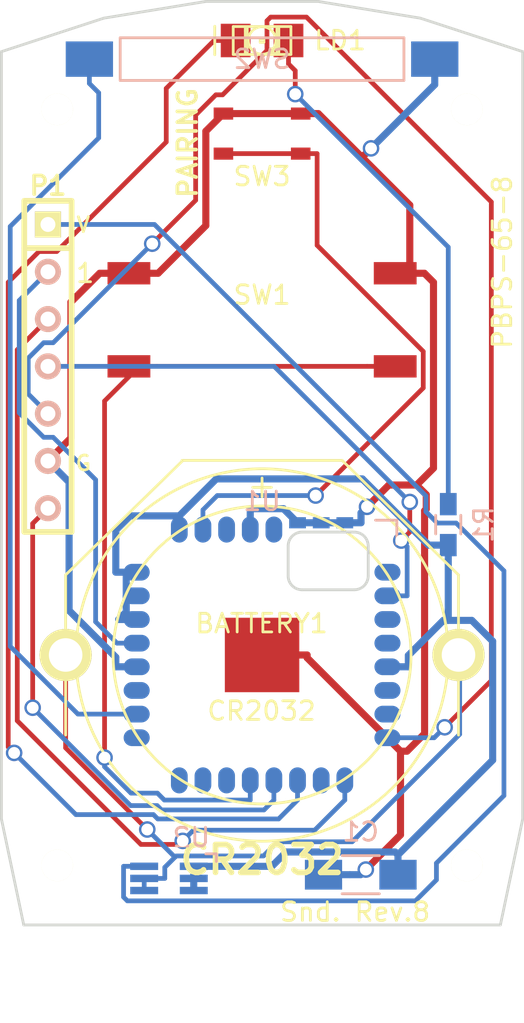
<source format=kicad_pcb>
(kicad_pcb (version 4) (host pcbnew 4.0.0-stable)

  (general
    (links 37)
    (no_connects 0)
    (area 14.771 13.595999 44.304001 69.004001)
    (thickness 1)
    (drawings 2)
    (tracks 222)
    (zones 0)
    (modules 11)
    (nets 28)
  )

  (page A3)
  (layers
    (0 F.Cu signal)
    (31 B.Cu signal)
    (32 B.Adhes user)
    (33 F.Adhes user)
    (34 B.Paste user)
    (35 F.Paste user)
    (36 B.SilkS user)
    (37 F.SilkS user)
    (38 B.Mask user)
    (39 F.Mask user)
    (40 Dwgs.User user)
    (41 Cmts.User user)
    (42 Eco1.User user)
    (43 Eco2.User user)
    (44 Edge.Cuts user)
  )

  (setup
    (last_trace_width 0.254)
    (trace_clearance 0.229)
    (zone_clearance 0.508)
    (zone_45_only yes)
    (trace_min 0.254)
    (segment_width 0.2)
    (edge_width 0.1)
    (via_size 0.889)
    (via_drill 0.635)
    (via_min_size 0.889)
    (via_min_drill 0.508)
    (uvia_size 0.508)
    (uvia_drill 0.127)
    (uvias_allowed no)
    (uvia_min_size 0.508)
    (uvia_min_drill 0.127)
    (pcb_text_width 0.3)
    (pcb_text_size 1.5 1.5)
    (mod_edge_width 0.15)
    (mod_text_size 1 1)
    (mod_text_width 0.15)
    (pad_size 1.7 1.7)
    (pad_drill 1.7)
    (pad_to_mask_clearance 0)
    (aux_axis_origin 0 0)
    (visible_elements 7FFFFFFF)
    (pcbplotparams
      (layerselection 0x010f0_80000001)
      (usegerberextensions true)
      (excludeedgelayer true)
      (linewidth 0.150000)
      (plotframeref false)
      (viasonmask false)
      (mode 1)
      (useauxorigin false)
      (hpglpennumber 1)
      (hpglpenspeed 20)
      (hpglpendiameter 15)
      (hpglpenoverlay 2)
      (psnegative false)
      (psa4output false)
      (plotreference true)
      (plotvalue false)
      (plotinvisibletext false)
      (padsonsilk false)
      (subtractmaskfromsilk false)
      (outputformat 1)
      (mirror false)
      (drillshape 0)
      (scaleselection 1)
      (outputdirectory gerber/))
  )

  (net 0 "")
  (net 1 /3V)
  (net 2 /CFG)
  (net 3 /DI1)
  (net 4 /DI4)
  (net 5 /DO4)
  (net 6 /PRG)
  (net 7 /RST)
  (net 8 /RXD)
  (net 9 /TXD)
  (net 10 /Vcc)
  (net 11 GND)
  (net 12 "Net-(U1-Pad1)")
  (net 13 "Net-(U1-Pad4)")
  (net 14 "Net-(U1-Pad6)")
  (net 15 "Net-(U1-Pad7)")
  (net 16 "Net-(U1-Pad10)")
  (net 17 "Net-(U1-Pad14)")
  (net 18 "Net-(U1-Pad15)")
  (net 19 "Net-(U1-Pad16)")
  (net 20 "Net-(U1-Pad17)")
  (net 21 "Net-(U1-Pad19)")
  (net 22 "Net-(U1-Pad27)")
  (net 23 "Net-(U1-Pad29)")
  (net 24 "Net-(U1-Pad3)")
  (net 25 /LED)
  (net 26 /ExtVcc)
  (net 27 /PAIRING)

  (net_class Default "これは標準のネット クラスです。"
    (clearance 0.229)
    (trace_width 0.254)
    (via_dia 0.889)
    (via_drill 0.635)
    (uvia_dia 0.508)
    (uvia_drill 0.127)
    (add_net /3V)
    (add_net /CFG)
    (add_net /DI1)
    (add_net /DI4)
    (add_net /DO4)
    (add_net /ExtVcc)
    (add_net /LED)
    (add_net /PAIRING)
    (add_net /PRG)
    (add_net /RST)
    (add_net /RXD)
    (add_net /TXD)
    (add_net "Net-(U1-Pad1)")
    (add_net "Net-(U1-Pad10)")
    (add_net "Net-(U1-Pad14)")
    (add_net "Net-(U1-Pad15)")
    (add_net "Net-(U1-Pad16)")
    (add_net "Net-(U1-Pad17)")
    (add_net "Net-(U1-Pad19)")
    (add_net "Net-(U1-Pad27)")
    (add_net "Net-(U1-Pad29)")
    (add_net "Net-(U1-Pad3)")
    (add_net "Net-(U1-Pad4)")
    (add_net "Net-(U1-Pad6)")
    (add_net "Net-(U1-Pad7)")
  )

  (net_class Power ""
    (clearance 0.229)
    (trace_width 0.381)
    (via_dia 0.889)
    (via_drill 0.635)
    (uvia_dia 0.508)
    (uvia_drill 0.127)
    (add_net /Vcc)
    (add_net GND)
  )

  (module Capacitors_SMD:C_1206_HandSoldering (layer B.Cu) (tedit 541A9C03) (tstamp 55C6BA84)
    (at 35.3 60.8 180)
    (descr "Capacitor SMD 1206, hand soldering")
    (tags "capacitor 1206")
    (path /55941ACA)
    (attr smd)
    (fp_text reference C1 (at 0 2.3 180) (layer B.SilkS)
      (effects (font (size 1 1) (thickness 0.15)) (justify mirror))
    )
    (fp_text value 100u (at 0 -2.3 180) (layer B.Fab)
      (effects (font (size 1 1) (thickness 0.15)) (justify mirror))
    )
    (fp_line (start -3.3 1.15) (end 3.3 1.15) (layer B.CrtYd) (width 0.05))
    (fp_line (start -3.3 -1.15) (end 3.3 -1.15) (layer B.CrtYd) (width 0.05))
    (fp_line (start -3.3 1.15) (end -3.3 -1.15) (layer B.CrtYd) (width 0.05))
    (fp_line (start 3.3 1.15) (end 3.3 -1.15) (layer B.CrtYd) (width 0.05))
    (fp_line (start 1 1.025) (end -1 1.025) (layer B.SilkS) (width 0.15))
    (fp_line (start -1 -1.025) (end 1 -1.025) (layer B.SilkS) (width 0.15))
    (pad 1 smd rect (at -2 0 180) (size 2 1.6) (layers B.Cu B.Paste B.Mask)
      (net 10 /Vcc))
    (pad 2 smd rect (at 2 0 180) (size 2 1.6) (layers B.Cu B.Paste B.Mask)
      (net 11 GND))
    (model Capacitors_SMD.3dshapes/C_1206_HandSoldering.wrl
      (at (xyz 0 0 0))
      (scale (xyz 1 1 1))
      (rotate (xyz 0 0 0))
    )
  )

  (module favorites:BK-888 (layer F.Cu) (tedit 56642E41) (tstamp 55C6C8CD)
    (at 30 49 180)
    (path /5493D0B5)
    (fp_text reference BATTERY1 (at 0.028 1.6925 180) (layer F.SilkS)
      (effects (font (size 1 1) (thickness 0.15)))
    )
    (fp_text value CR2032 (at 0.028 -3.0065 180) (layer F.SilkS)
      (effects (font (size 1 1) (thickness 0.15)))
    )
    (fp_circle (center 0 0) (end 8 0) (layer F.SilkS) (width 0.15))
    (fp_line (start -10.55 4.3) (end -4.3 10.45) (layer F.SilkS) (width 0.15))
    (fp_line (start -10.55 4.3) (end -10.55 -4.3) (layer F.SilkS) (width 0.15))
    (fp_line (start 10.55 4.3) (end 4.25 10.45) (layer F.SilkS) (width 0.15))
    (fp_line (start 10.55 4.3) (end 10.55 -4.3) (layer F.SilkS) (width 0.15))
    (fp_line (start -4.3 10.45) (end 4.3 10.45) (layer F.SilkS) (width 0.15))
    (fp_circle (center 0 0) (end 0 -10) (layer F.SilkS) (width 0.15))
    (pad 1 thru_hole circle (at -10.55 0 180) (size 2.8 2.8) (drill 1.8) (layers *.Cu *.Mask F.SilkS)
      (net 1 /3V))
    (pad 1 thru_hole circle (at 10.55 0 180) (size 2.8 2.8) (drill 1.8) (layers *.Cu *.Mask F.SilkS)
      (net 1 /3V))
    (pad 2 smd rect (at 0 0 180) (size 4 4) (layers F.Cu F.Paste F.Mask)
      (net 11 GND))
    (model favorites/BK-888.wrl
      (at (xyz 0 0 0))
      (scale (xyz 0.393701 0.393701 0.393701))
      (rotate (xyz 0 0 0))
    )
    (model favorites/CR2032.wrl
      (at (xyz 0 0 0.007874015748))
      (scale (xyz 0.393701 0.393701 0.393701))
      (rotate (xyz 0 0 0))
    )
  )

  (module favorites:WRITE-7P (layer F.Cu) (tedit 54E984FA) (tstamp 54E6C4E1)
    (at 18.5 33.5 270)
    (descr "TWE-Lite ISP 7 pins")
    (tags TWE-Lite)
    (path /54E4785D)
    (fp_text reference P1 (at -9.7 0 360) (layer F.SilkS)
      (effects (font (size 1 1) (thickness 0.2)))
    )
    (fp_text value WRITER-VCC (at 0 2.5 270) (layer F.SilkS) hide
      (effects (font (size 1 1) (thickness 0.2)))
    )
    (fp_text user 1 (at -5 -2 360) (layer F.SilkS)
      (effects (font (size 1 1) (thickness 0.15)))
    )
    (fp_text user G (at 5.2 -1.9 360) (layer F.SilkS)
      (effects (font (size 0.8 0.8) (thickness 0.15)))
    )
    (fp_text user V (at -7.6 -1.9 360) (layer F.SilkS)
      (effects (font (size 0.8 0.8) (thickness 0.15)))
    )
    (fp_line (start -8.89 -1.27) (end -8.89 -1.27) (layer F.SilkS) (width 0.3048))
    (fp_line (start -8.89 -1.27) (end 8.89 -1.27) (layer F.SilkS) (width 0.3048))
    (fp_line (start 8.89 -1.27) (end 8.89 1.27) (layer F.SilkS) (width 0.3048))
    (fp_line (start 8.89 1.27) (end -8.89 1.27) (layer F.SilkS) (width 0.3048))
    (fp_line (start -8.89 1.27) (end -8.89 -1.27) (layer F.SilkS) (width 0.3048))
    (fp_line (start -6.35 1.27) (end -6.35 1.27) (layer F.SilkS) (width 0.3048))
    (fp_line (start -6.35 1.27) (end -6.35 -1.27) (layer F.SilkS) (width 0.3048))
    (pad 0 thru_hole rect (at -7.62 0 270) (size 1.397 1.397) (drill 0.8) (layers *.Cu *.Mask F.SilkS)
      (net 26 /ExtVcc))
    (pad 1 thru_hole circle (at -5.08 0 270) (size 1.397 1.397) (drill 0.8) (layers *.Cu *.SilkS *.Mask)
      (net 7 /RST))
    (pad 2 thru_hole circle (at -2.54 0 270) (size 1.397 1.397) (drill 0.8) (layers *.Cu *.SilkS *.Mask)
      (net 8 /RXD))
    (pad 3 thru_hole circle (at 0 0 270) (size 1.397 1.397) (drill 0.8) (layers *.Cu *.SilkS *.Mask)
      (net 6 /PRG))
    (pad 4 thru_hole circle (at 2.54 0 270) (size 1.397 1.397) (drill 0.8) (layers *.Cu *.SilkS *.Mask)
      (net 9 /TXD))
    (pad 5 thru_hole circle (at 5.08 0 270) (size 1.397 1.397) (drill 0.8) (layers *.Cu *.SilkS *.Mask)
      (net 11 GND))
    (pad 6 thru_hole circle (at 7.62 0 270) (size 1.397 1.397) (drill 0.8) (layers *.Cu *.SilkS *.Mask)
      (net 2 /CFG))
  )

  (module favorites:FR2S1015 (layer B.Cu) (tedit 550D780D) (tstamp 54E6C73A)
    (at 30 17)
    (path /54E4493A)
    (fp_text reference SW2 (at 0 0) (layer B.SilkS)
      (effects (font (size 1 1) (thickness 0.15)) (justify mirror))
    )
    (fp_text value FR2S1015 (at 4.572 0) (layer B.SilkS) hide
      (effects (font (size 0.4 0.4) (thickness 0.1)) (justify mirror))
    )
    (fp_line (start -7.62 1.145) (end 7.62 1.145) (layer B.SilkS) (width 0.15))
    (fp_line (start 7.62 1.145) (end 7.62 -1.145) (layer B.SilkS) (width 0.15))
    (fp_line (start 7.62 -1.145) (end -7.62 -1.145) (layer B.SilkS) (width 0.15))
    (fp_line (start -7.62 -1.145) (end -7.62 1.145) (layer B.SilkS) (width 0.15))
    (pad 1 smd rect (at -9.275 0) (size 2.54 1.9) (layers B.Cu B.Paste B.Mask)
      (net 4 /DI4))
    (pad 2 smd rect (at 9.275 0) (size 2.54 1.9) (layers B.Cu B.Paste B.Mask)
      (net 11 GND))
  )

  (module favorites:SKRPACE010 (layer F.Cu) (tedit 55351C20) (tstamp 5535CF6F)
    (at 30 21 180)
    (path /5533A166)
    (fp_text reference SW3 (at 0 -2.3 180) (layer F.SilkS)
      (effects (font (size 1 1) (thickness 0.15)))
    )
    (fp_text value SKRPACE010 (at 0 2.23 180) (layer F.Fab) hide
      (effects (font (size 0.5 0.5) (thickness 0.125)))
    )
    (pad 1 smd rect (at -2.075 -1.075 180) (size 1.05 0.65) (layers F.Cu F.Paste F.Mask)
      (net 27 /PAIRING))
    (pad 1 smd rect (at 2.075 -1.075 180) (size 1.05 0.65) (layers F.Cu F.Paste F.Mask)
      (net 27 /PAIRING))
    (pad 2 smd rect (at -2.075 1.075 180) (size 1.05 0.65) (layers F.Cu F.Paste F.Mask)
      (net 11 GND))
    (pad 2 smd rect (at 2.075 1.075 180) (size 1.05 0.65) (layers F.Cu F.Paste F.Mask)
      (net 11 GND))
    (model favorites/SKRPACE010.wrl
      (at (xyz 0 0 0))
      (scale (xyz 0.393701 0.393701 0.393701))
      (rotate (xyz 0 0 0))
    )
  )

  (module Housings_SOT-23_SOT-143_TSOT-6:SC-70-6_Handsoldering (layer B.Cu) (tedit 55C9E8EF) (tstamp 550D982E)
    (at 25 61 270)
    (descr "SC-70-6, Handsoldering,")
    (tags "SC-70-6, Handsoldering,")
    (path /54B6402D)
    (attr smd)
    (fp_text reference U2 (at -2.2 -1.2 360) (layer B.SilkS)
      (effects (font (size 1 1) (thickness 0.15)) (justify mirror))
    )
    (fp_text value HN2S01FU (at -0.23876 -4.11988 270) (layer B.Fab)
      (effects (font (size 1 1) (thickness 0.15)) (justify mirror))
    )
    (fp_line (start -1.3208 -1.97866) (end -1.3208 -2.54762) (layer B.SilkS) (width 0.15))
    (fp_line (start -1.3208 -2.54762) (end -0.90932 -2.54762) (layer B.SilkS) (width 0.15))
    (pad 1 smd rect (at -0.65024 -1.33096 270) (size 0.39878 1.50114) (layers B.Cu B.Paste B.Mask)
      (net 10 /Vcc))
    (pad 2 smd rect (at 0 -1.33096 270) (size 0.39878 1.50114) (layers B.Cu B.Paste B.Mask)
      (net 10 /Vcc))
    (pad 3 smd rect (at 0.65024 -1.33096 270) (size 0.39878 1.50114) (layers B.Cu B.Paste B.Mask)
      (net 10 /Vcc))
    (pad 4 smd rect (at 0.65024 1.33096 270) (size 0.39878 1.50114) (layers B.Cu B.Paste B.Mask)
      (net 1 /3V))
    (pad 5 smd rect (at 0 1.33096 270) (size 0.39878 1.50114) (layers B.Cu B.Paste B.Mask)
      (net 1 /3V))
    (pad 6 smd rect (at -0.65024 1.33096 270) (size 0.39878 1.50114) (layers B.Cu B.Paste B.Mask)
      (net 26 /ExtVcc))
    (model Housings_SOT-23_SOT-143_TSOT-6.3dshapes/SC-70-6_Handsoldering.wrl
      (at (xyz 0 0 0))
      (scale (xyz 1 1 1))
      (rotate (xyz 0 0 0))
    )
  )

  (module favorites:LED-1206 (layer F.Cu) (tedit 55A04A37) (tstamp 550E37E5)
    (at 30 16)
    (descr "LED 1206 smd package")
    (tags "LED1206 SMD")
    (path /54AD1F8E)
    (attr smd)
    (fp_text reference LD1 (at 4.191 0) (layer F.SilkS)
      (effects (font (size 1 1) (thickness 0.15)))
    )
    (fp_text value SML-012WT (at -0.127 2.032) (layer F.SilkS) hide
      (effects (font (size 1 1) (thickness 0.15)))
    )
    (fp_line (start -2.54 -0.762) (end -2.54 0.762) (layer F.SilkS) (width 0.15))
    (fp_line (start -0.09906 0.09906) (end 0.09906 0.09906) (layer F.SilkS) (width 0.15))
    (fp_line (start 0.09906 0.09906) (end 0.09906 -0.09906) (layer F.SilkS) (width 0.15))
    (fp_line (start -0.09906 -0.09906) (end 0.09906 -0.09906) (layer F.SilkS) (width 0.15))
    (fp_line (start -0.09906 0.09906) (end -0.09906 -0.09906) (layer F.SilkS) (width 0.15))
    (fp_line (start 0.44958 0.6985) (end 0.79756 0.6985) (layer F.SilkS) (width 0.15))
    (fp_line (start 0.79756 0.6985) (end 0.79756 0.44958) (layer F.SilkS) (width 0.15))
    (fp_line (start 0.44958 0.44958) (end 0.79756 0.44958) (layer F.SilkS) (width 0.15))
    (fp_line (start 0.44958 0.6985) (end 0.44958 0.44958) (layer F.SilkS) (width 0.15))
    (fp_line (start 0.79756 0.6985) (end 0.89916 0.6985) (layer F.SilkS) (width 0.15))
    (fp_line (start 0.89916 0.6985) (end 0.89916 -0.49784) (layer F.SilkS) (width 0.15))
    (fp_line (start 0.79756 -0.49784) (end 0.89916 -0.49784) (layer F.SilkS) (width 0.15))
    (fp_line (start 0.79756 0.6985) (end 0.79756 -0.49784) (layer F.SilkS) (width 0.15))
    (fp_line (start 0.79756 -0.54864) (end 0.89916 -0.54864) (layer F.SilkS) (width 0.15))
    (fp_line (start 0.89916 -0.54864) (end 0.89916 -0.6985) (layer F.SilkS) (width 0.15))
    (fp_line (start 0.79756 -0.6985) (end 0.89916 -0.6985) (layer F.SilkS) (width 0.15))
    (fp_line (start 0.79756 -0.54864) (end 0.79756 -0.6985) (layer F.SilkS) (width 0.15))
    (fp_line (start -0.89916 0.6985) (end -0.79756 0.6985) (layer F.SilkS) (width 0.15))
    (fp_line (start -0.79756 0.6985) (end -0.79756 -0.49784) (layer F.SilkS) (width 0.15))
    (fp_line (start -0.89916 -0.49784) (end -0.79756 -0.49784) (layer F.SilkS) (width 0.15))
    (fp_line (start -0.89916 0.6985) (end -0.89916 -0.49784) (layer F.SilkS) (width 0.15))
    (fp_line (start -0.89916 -0.54864) (end -0.79756 -0.54864) (layer F.SilkS) (width 0.15))
    (fp_line (start -0.79756 -0.54864) (end -0.79756 -0.6985) (layer F.SilkS) (width 0.15))
    (fp_line (start -0.89916 -0.6985) (end -0.79756 -0.6985) (layer F.SilkS) (width 0.15))
    (fp_line (start -0.89916 -0.54864) (end -0.89916 -0.6985) (layer F.SilkS) (width 0.15))
    (fp_line (start 0.44958 0.6985) (end 0.59944 0.6985) (layer F.SilkS) (width 0.15))
    (fp_line (start 0.59944 0.6985) (end 0.59944 0.44958) (layer F.SilkS) (width 0.15))
    (fp_line (start 0.44958 0.44958) (end 0.59944 0.44958) (layer F.SilkS) (width 0.15))
    (fp_line (start 0.44958 0.6985) (end 0.44958 0.44958) (layer F.SilkS) (width 0.15))
    (fp_line (start 1.5494 0.7493) (end -1.5494 0.7493) (layer F.SilkS) (width 0.15))
    (fp_line (start -1.5494 0.7493) (end -1.5494 -0.7493) (layer F.SilkS) (width 0.15))
    (fp_line (start -1.5494 -0.7493) (end 1.5494 -0.7493) (layer F.SilkS) (width 0.15))
    (fp_line (start 1.5494 -0.7493) (end 1.5494 0.7493) (layer F.SilkS) (width 0.15))
    (fp_arc (start 0 0) (end 0.54864 0.49784) (angle 95.4) (layer F.SilkS) (width 0.15))
    (fp_arc (start 0 0) (end -0.54864 0.49784) (angle 84.5) (layer F.SilkS) (width 0.15))
    (fp_arc (start 0 0) (end -0.54864 -0.49784) (angle 95.4) (layer F.SilkS) (width 0.15))
    (fp_arc (start 0 0) (end 0.54864 -0.49784) (angle 84.5) (layer F.SilkS) (width 0.15))
    (pad 1 smd rect (at -1.41986 0) (size 1.59766 1.80086) (layers F.Cu F.Paste F.Mask)
      (net 5 /DO4))
    (pad 2 smd rect (at 1.41986 0) (size 1.59766 1.80086) (layers F.Cu F.Paste F.Mask)
      (net 25 /LED))
  )

  (module Resistors_SMD:R_0603_HandSoldering (layer B.Cu) (tedit 5418A00F) (tstamp 55C6BA8A)
    (at 40 42 90)
    (descr "Resistor SMD 0603, hand soldering")
    (tags "resistor 0603")
    (path /54AE44D9)
    (attr smd)
    (fp_text reference R1 (at 0 1.9 90) (layer B.SilkS)
      (effects (font (size 1 1) (thickness 0.15)) (justify mirror))
    )
    (fp_text value 680 (at 0 -1.9 90) (layer B.Fab)
      (effects (font (size 1 1) (thickness 0.15)) (justify mirror))
    )
    (fp_line (start -2 0.8) (end 2 0.8) (layer B.CrtYd) (width 0.05))
    (fp_line (start -2 -0.8) (end 2 -0.8) (layer B.CrtYd) (width 0.05))
    (fp_line (start -2 0.8) (end -2 -0.8) (layer B.CrtYd) (width 0.05))
    (fp_line (start 2 0.8) (end 2 -0.8) (layer B.CrtYd) (width 0.05))
    (fp_line (start 0.5 -0.675) (end -0.5 -0.675) (layer B.SilkS) (width 0.15))
    (fp_line (start -0.5 0.675) (end 0.5 0.675) (layer B.SilkS) (width 0.15))
    (pad 1 smd rect (at -1.1 0 90) (size 1.2 0.9) (layers B.Cu B.Paste B.Mask)
      (net 10 /Vcc))
    (pad 2 smd rect (at 1.1 0 90) (size 1.2 0.9) (layers B.Cu B.Paste B.Mask)
      (net 25 /LED))
    (model Resistors_SMD.3dshapes/R_0603_HandSoldering.wrl
      (at (xyz 0 0 0))
      (scale (xyz 1 1 1))
      (rotate (xyz 0 0 0))
    )
  )

  (module favorites:PBPS-65 (layer F.Cu) (tedit 56642EA4) (tstamp 550E4503)
    (at 30 40)
    (fp_text reference PBPS-65-8 (at 12.9 -12.1 90) (layer F.SilkS)
      (effects (font (size 1 1) (thickness 0.15)))
    )
    (fp_text value "Snd. Rev.8" (at 5 22.8) (layer F.SilkS)
      (effects (font (size 1 1) (thickness 0.15)))
    )
    (fp_line (start -0.3 28.7) (end 0.3 28.7) (layer Cmts.User) (width 0.15))
    (fp_line (start -3 -26.1) (end 3 -26.1) (layer Edge.Cuts) (width 0.15))
    (fp_line (start 3 -26.1) (end 8.5 -25.2) (layer Edge.Cuts) (width 0.15))
    (fp_line (start 8.5 -25.2) (end 14 -23.4) (layer Edge.Cuts) (width 0.15))
    (fp_line (start 14 -23.4) (end 14 17.8) (layer Edge.Cuts) (width 0.15))
    (fp_line (start 14 17.8) (end 12.8 23.5) (layer Edge.Cuts) (width 0.15))
    (fp_line (start 12.8 23.5) (end -12.8 23.5) (layer Edge.Cuts) (width 0.15))
    (fp_line (start -12.8 23.5) (end -14 17.8) (layer Edge.Cuts) (width 0.15))
    (fp_line (start -14 17.8) (end -14 -23.4) (layer Edge.Cuts) (width 0.15))
    (fp_line (start -14 -23.4) (end -8.5 -25.2) (layer Edge.Cuts) (width 0.15))
    (fp_line (start -8.5 -25.2) (end -3 -26.1) (layer Edge.Cuts) (width 0.15))
    (fp_line (start 0 -0.5) (end 0 0.5) (layer F.SilkS) (width 0.15))
    (fp_line (start -0.5 0) (end 0.5 0) (layer F.SilkS) (width 0.15))
    (pad "" np_thru_hole circle (at -11 -20.3) (size 1.7 1.7) (drill 1.7) (layers *.Cu *.Mask F.SilkS)
      (clearance 0.7))
    (pad "" np_thru_hole circle (at -11 20.3) (size 1.7 1.7) (drill 1.7) (layers *.Cu *.Mask F.SilkS)
      (clearance 0.7))
    (pad "" np_thru_hole circle (at 11 20.3) (size 1.7 1.7) (drill 1.7) (layers *.Cu *.Mask F.SilkS)
      (clearance 0.7))
    (pad "" np_thru_hole circle (at 11 -20.3) (size 1.7 1.7) (drill 1.7) (layers *.Cu *.Mask F.SilkS)
      (clearance 0.7))
    (model favorites/PS-65.wrl
      (at (xyz 0 0 -0.03937))
      (scale (xyz 0.393701 0.393701 0.393701))
      (rotate (xyz 0 0 0))
    )
    (model favorites/ISO7045_M1_6x4.wrl
      (at (xyz -0.433071 -0.799213 0))
      (scale (xyz 0.393701 0.393701 0.393701))
      (rotate (xyz 0 0 0))
    )
    (model favorites/ISO7045_M1_6x4.wrl
      (at (xyz -0.433071 0.799213 0))
      (scale (xyz 0.393701 0.393701 0.393701))
      (rotate (xyz 0 0 0))
    )
    (model favorites/ISO7045_M1_6x4.wrl
      (at (xyz 0.433071 -0.799213 0))
      (scale (xyz 0.393701 0.393701 0.393701))
      (rotate (xyz 0 0 0))
    )
    (model favorites/ISO7045_M1_6x4.wrl
      (at (xyz 0.433071 0.799213 0))
      (scale (xyz 0.393701 0.393701 0.393701))
      (rotate (xyz 0 0 0))
    )
  )

  (module favorites:B3FS-4002P (layer F.Cu) (tedit 55C711A1) (tstamp 550E44C1)
    (at 30 31)
    (path /549BC4AC)
    (fp_text reference SW1 (at 0 -1.3335) (layer F.SilkS)
      (effects (font (size 1 1) (thickness 0.15)))
    )
    (fp_text value SPST (at 0 0) (layer F.SilkS) hide
      (effects (font (size 1 1) (thickness 0.15)))
    )
    (fp_line (start -6.096 6.096) (end 6.096 6.096) (layer Dwgs.User) (width 0.15))
    (fp_line (start 6.096 -6.096) (end 6.096 6.096) (layer Dwgs.User) (width 0.15))
    (fp_line (start 6.096 -6.096) (end -6.096 -6.096) (layer Dwgs.User) (width 0.15))
    (fp_line (start -6.096 -6.096) (end -6.096 6.096) (layer Dwgs.User) (width 0.15))
    (pad 1 smd rect (at 7.15 2.5) (size 2.3 1.2) (layers F.Cu F.Paste F.Mask)
      (net 3 /DI1))
    (pad 1 smd rect (at -7.15 2.5) (size 2.3 1.2) (layers F.Cu F.Paste F.Mask)
      (net 3 /DI1))
    (pad 2 smd rect (at 7.15 -2.5) (size 2.3 1.2) (layers F.Cu F.Paste F.Mask)
      (net 11 GND))
    (pad 2 smd rect (at -7.15 -2.5) (size 2.3 1.2) (layers F.Cu F.Paste F.Mask)
      (net 11 GND))
    (model favorites/B3FS-4002P.wrl
      (at (xyz 0 0 0))
      (scale (xyz 0.393701 0.393701 0.393701))
      (rotate (xyz 0 0 0))
    )
  )

  (module favorites:TWE-001L-NC7 (layer B.Cu) (tedit 55C6F673) (tstamp 54F4B4B3)
    (at 30 49 180)
    (descr http://www.tocos-wireless.com/files/datasheet/TWD-PDS-TWE001L-JP-1.30.pdf)
    (path /54E4765F)
    (fp_text reference U1 (at 0 8.255 180) (layer B.SilkS)
      (effects (font (size 1 1) (thickness 0.15)) (justify mirror))
    )
    (fp_text value TWE_LITE_SMD (at 0 -0.85 180) (layer B.SilkS) hide
      (effects (font (size 1 1) (thickness 0.15)) (justify mirror))
    )
    (fp_line (start -6.096 7.239) (end -7.239 7.239) (layer B.SilkS) (width 0.15))
    (fp_line (start -7.239 7.239) (end -7.239 5.969) (layer B.SilkS) (width 0.15))
    (fp_line (start -6.985 6.985) (end 6.985 6.985) (layer Dwgs.User) (width 0.15))
    (fp_line (start -0.5 0) (end -0.2 0) (layer Dwgs.User) (width 0.15))
    (fp_line (start 0 0.5) (end 0 0.2) (layer Dwgs.User) (width 0.15))
    (fp_line (start 0 -0.5) (end 0 -0.2) (layer Dwgs.User) (width 0.15))
    (fp_line (start 0.2 0) (end 0.5 0) (layer Dwgs.User) (width 0.15))
    (fp_arc (start -4.95 4.25) (end -4.95 3.5) (angle -90) (layer Edge.Cuts) (width 0.15))
    (fp_line (start -5.7 4.25) (end -5.7 5.85) (layer Edge.Cuts) (width 0.15))
    (fp_arc (start -4.95 5.85) (end -5.7 5.85) (angle -90) (layer Edge.Cuts) (width 0.15))
    (fp_line (start -2.15 6.6) (end -4.95 6.6) (layer Edge.Cuts) (width 0.15))
    (fp_arc (start -2.15 5.85) (end -2.15 6.6) (angle -90) (layer Edge.Cuts) (width 0.15))
    (fp_line (start -1.4 5.85) (end -1.4 4.25) (layer Edge.Cuts) (width 0.15))
    (fp_arc (start -2.15 4.25) (end -1.4 4.25) (angle -90) (layer Edge.Cuts) (width 0.15))
    (fp_line (start -2.15 3.5) (end -4.95 3.5) (layer Edge.Cuts) (width 0.15))
    (fp_line (start -6.985 6.985) (end -6.985 -6.985) (layer Dwgs.User) (width 0.15))
    (fp_line (start -6.985 -6.985) (end 6.985 -6.985) (layer Dwgs.User) (width 0.15))
    (fp_line (start 6.985 -6.985) (end 6.985 6.985) (layer Dwgs.User) (width 0.15))
    (fp_line (start -4.3 8) (end -4.3 13.7) (layer Dwgs.User) (width 0.15))
    (fp_line (start -4.3 13.7) (end 5.7 13.7) (layer Dwgs.User) (width 0.15))
    (fp_line (start 5.7 13.7) (end 5.7 19.7) (layer Dwgs.User) (width 0.15))
    (fp_line (start 5.7 19.7) (end -4.3 19.7) (layer Dwgs.User) (width 0.15))
    (pad 1 smd oval (at -6.735 4.445 90) (size 0.9 1.4) (layers B.Cu B.Paste B.Mask)
      (net 12 "Net-(U1-Pad1)"))
    (pad 2 smd oval (at -6.735 3.175 90) (size 0.9 1.4) (layers B.Cu B.Paste B.Mask)
      (net 6 /PRG))
    (pad 3 smd oval (at -6.735 1.905 90) (size 0.9 1.4) (layers B.Cu B.Paste B.Mask)
      (net 24 "Net-(U1-Pad3)"))
    (pad 4 smd oval (at -6.735 0.635 90) (size 0.9 1.4) (layers B.Cu B.Paste B.Mask)
      (net 13 "Net-(U1-Pad4)"))
    (pad 5 smd oval (at -6.735 -0.635 90) (size 0.9 1.4) (layers B.Cu B.Paste B.Mask)
      (net 10 /Vcc))
    (pad 6 smd oval (at -6.735 -1.905 90) (size 0.9 1.4) (layers B.Cu B.Paste B.Mask)
      (net 14 "Net-(U1-Pad6)"))
    (pad 7 smd oval (at -6.735 -3.175 90) (size 0.9 1.4) (layers B.Cu B.Paste B.Mask)
      (net 15 "Net-(U1-Pad7)"))
    (pad 8 smd oval (at -6.735 -4.445 90) (size 0.9 1.4) (layers B.Cu B.Paste B.Mask)
      (net 9 /TXD))
    (pad 9 smd oval (at -4.445 -6.735 180) (size 0.9 1.4) (layers B.Cu B.Paste B.Mask)
      (net 8 /RXD))
    (pad 10 smd oval (at -3.175 -6.735 180) (size 0.9 1.4) (layers B.Cu B.Paste B.Mask)
      (net 16 "Net-(U1-Pad10)"))
    (pad 11 smd oval (at -1.905 -6.735 180) (size 0.9 1.4) (layers B.Cu B.Paste B.Mask)
      (net 5 /DO4))
    (pad 12 smd oval (at -0.635 -6.735 180) (size 0.9 1.4) (layers B.Cu B.Paste B.Mask)
      (net 2 /CFG))
    (pad 13 smd oval (at 0.635 -6.735 180) (size 0.9 1.4) (layers B.Cu B.Paste B.Mask)
      (net 3 /DI1))
    (pad 14 smd oval (at 1.905 -6.735 180) (size 0.9 1.4) (layers B.Cu B.Paste B.Mask)
      (net 17 "Net-(U1-Pad14)"))
    (pad 15 smd oval (at 3.175 -6.735 180) (size 0.9 1.4) (layers B.Cu B.Paste B.Mask)
      (net 18 "Net-(U1-Pad15)"))
    (pad 16 smd oval (at 4.445 -6.735 180) (size 0.9 1.4) (layers B.Cu B.Paste B.Mask)
      (net 19 "Net-(U1-Pad16)"))
    (pad 17 smd oval (at 6.735 -4.445 90) (size 0.9 1.4) (layers B.Cu B.Paste B.Mask)
      (net 20 "Net-(U1-Pad17)"))
    (pad 18 smd oval (at 6.735 -3.175 90) (size 0.9 1.4) (layers B.Cu B.Paste B.Mask)
      (net 4 /DI4))
    (pad 19 smd oval (at 6.735 -1.905 90) (size 0.9 1.4) (layers B.Cu B.Paste B.Mask)
      (net 21 "Net-(U1-Pad19)"))
    (pad 20 smd oval (at 6.735 -0.635 90) (size 0.9 1.4) (layers B.Cu B.Paste B.Mask)
      (net 11 GND))
    (pad 21 smd oval (at 6.735 0.635 90) (size 0.9 1.4) (layers B.Cu B.Paste B.Mask)
      (net 7 /RST))
    (pad 22 smd oval (at 6.735 1.905 90) (size 0.9 1.4) (layers B.Cu B.Paste B.Mask)
      (net 10 /Vcc))
    (pad 23 smd oval (at 6.735 3.175 90) (size 0.9 1.4) (layers B.Cu B.Paste B.Mask)
      (net 10 /Vcc))
    (pad 24 smd oval (at 6.735 4.445 90) (size 0.9 1.4) (layers B.Cu B.Paste B.Mask)
      (net 10 /Vcc))
    (pad 25 smd oval (at 4.445 6.735 180) (size 0.9 1.4) (layers B.Cu B.Paste B.Mask)
      (net 10 /Vcc))
    (pad 26 smd oval (at 3.175 6.735 180) (size 0.9 1.4) (layers B.Cu B.Paste B.Mask)
      (net 27 /PAIRING))
    (pad 27 smd oval (at 1.905 6.735 180) (size 0.9 1.4) (layers B.Cu B.Paste B.Mask)
      (net 22 "Net-(U1-Pad27)"))
    (pad 28 smd oval (at 0.635 6.735 180) (size 0.9 1.4) (layers B.Cu B.Paste B.Mask)
      (net 11 GND))
    (pad 29 smd oval (at -0.635 6.735 180) (size 0.9 1.4) (layers B.Cu B.Paste B.Mask)
      (net 23 "Net-(U1-Pad29)"))
    (pad 30 smd rect (at -1.905 7.1 180) (size 0.9 0.6) (layers B.Cu B.Paste B.Mask)
      (net 11 GND))
    (pad 31 smd rect (at -3.175 7.1 180) (size 0.9 0.6) (layers B.Cu B.Paste B.Mask)
      (net 11 GND))
    (pad 32 smd rect (at -4.445 7.1 180) (size 0.9 0.6) (layers B.Cu B.Paste B.Mask)
      (net 11 GND))
    (model favorites/TWE-001L-SMD.wrl
      (at (xyz 0 0 0))
      (scale (xyz 0.393701 0.393701 0.393701))
      (rotate (xyz 0 0 0))
    )
    (model favorites/TWE-001L-QAntenna.wrl
      (at (xyz 0 0 0))
      (scale (xyz 0.393701 0.393701 0.393701))
      (rotate (xyz 0 0 0))
    )
  )

  (gr_text CR2032 (at 30 60) (layer F.SilkS)
    (effects (font (size 1.5 1.5) (thickness 0.3)))
  )
  (gr_text PAIRING (at 26 21.5 90) (layer F.SilkS)
    (effects (font (size 1 1) (thickness 0.2)))
  )

  (via (at 23.8343 58.3735) (size 0.889) (layers F.Cu B.Cu) (net 1))
  (segment (start 23.669 61) (end 23.669 61.6502) (width 0.254) (layer B.Cu) (net 1))
  (segment (start 23.669 61) (end 24.7759 61) (width 0.254) (layer B.Cu) (net 1))
  (segment (start 19.45 53.9892) (end 23.8343 58.3735) (width 0.254) (layer F.Cu) (net 1))
  (segment (start 19.45 49) (end 19.45 53.9892) (width 0.254) (layer F.Cu) (net 1))
  (segment (start 23.8343 58.3735) (end 25.3209 59.8601) (width 0.254) (layer B.Cu) (net 1))
  (segment (start 24.7759 60.4051) (end 25.3209 59.8601) (width 0.254) (layer B.Cu) (net 1))
  (segment (start 24.7759 61) (end 24.7759 60.4051) (width 0.254) (layer B.Cu) (net 1))
  (segment (start 40.6123 49.0623) (end 40.55 49) (width 0.254) (layer B.Cu) (net 1))
  (segment (start 40.6123 53.2609) (end 40.6123 49.0623) (width 0.254) (layer B.Cu) (net 1))
  (segment (start 34.8399 59.0333) (end 40.6123 53.2609) (width 0.254) (layer B.Cu) (net 1))
  (segment (start 30.8327 59.0333) (end 34.8399 59.0333) (width 0.254) (layer B.Cu) (net 1))
  (segment (start 30.072 59.794) (end 30.8327 59.0333) (width 0.254) (layer B.Cu) (net 1))
  (segment (start 25.387 59.794) (end 30.072 59.794) (width 0.254) (layer B.Cu) (net 1))
  (segment (start 25.3209 59.8601) (end 25.387 59.794) (width 0.254) (layer B.Cu) (net 1))
  (via (at 17.6806 51.8327) (size 0.889) (layers F.Cu B.Cu) (net 2))
  (segment (start 30.635 55.735) (end 30.635 56.7913) (width 0.254) (layer B.Cu) (net 2))
  (segment (start 17.6806 41.9394) (end 17.6806 51.8327) (width 0.254) (layer F.Cu) (net 2))
  (segment (start 18.5 41.12) (end 17.6806 41.9394) (width 0.254) (layer F.Cu) (net 2))
  (segment (start 22.9373 57.0894) (end 17.6806 51.8327) (width 0.254) (layer B.Cu) (net 2))
  (segment (start 24.3663 57.0894) (end 22.9373 57.0894) (width 0.254) (layer B.Cu) (net 2))
  (segment (start 24.5998 57.3229) (end 24.3663 57.0894) (width 0.254) (layer B.Cu) (net 2))
  (segment (start 30.1034 57.3229) (end 24.5998 57.3229) (width 0.254) (layer B.Cu) (net 2))
  (segment (start 30.635 56.7913) (end 30.1034 57.3229) (width 0.254) (layer B.Cu) (net 2))
  (via (at 21.5413 54.511) (size 0.889) (layers F.Cu B.Cu) (net 3))
  (segment (start 37.15 33.5) (end 35.6437 33.5) (width 0.254) (layer F.Cu) (net 3))
  (segment (start 24.3563 33.5) (end 35.6437 33.5) (width 0.254) (layer F.Cu) (net 3))
  (segment (start 22.85 33.5) (end 23.4032 33.5) (width 0.254) (layer F.Cu) (net 3))
  (segment (start 23.4032 33.5) (end 24.3563 33.5) (width 0.254) (layer F.Cu) (net 3))
  (segment (start 29.365 55.735) (end 29.365 56.7913) (width 0.254) (layer B.Cu) (net 3))
  (segment (start 21.5413 35.3619) (end 23.4032 33.5) (width 0.254) (layer F.Cu) (net 3))
  (segment (start 21.5413 54.511) (end 21.5413 35.3619) (width 0.254) (layer F.Cu) (net 3))
  (segment (start 21.5413 55.0007) (end 21.5413 54.511) (width 0.254) (layer B.Cu) (net 3))
  (segment (start 22.9601 56.4195) (end 21.5413 55.0007) (width 0.254) (layer B.Cu) (net 3))
  (segment (start 24.3799 56.4195) (end 22.9601 56.4195) (width 0.254) (layer B.Cu) (net 3))
  (segment (start 24.7517 56.7913) (end 24.3799 56.4195) (width 0.254) (layer B.Cu) (net 3))
  (segment (start 29.365 56.7913) (end 24.7517 56.7913) (width 0.254) (layer B.Cu) (net 3))
  (segment (start 20.725 17) (end 20.725 18.3063) (width 0.254) (layer B.Cu) (net 4))
  (segment (start 20.1111 52.175) (end 23.265 52.175) (width 0.254) (layer B.Cu) (net 4))
  (segment (start 16.474 48.5379) (end 20.1111 52.175) (width 0.254) (layer B.Cu) (net 4))
  (segment (start 16.474 25.9864) (end 16.474 48.5379) (width 0.254) (layer B.Cu) (net 4))
  (segment (start 21.226 21.2344) (end 16.474 25.9864) (width 0.254) (layer B.Cu) (net 4))
  (segment (start 21.226 18.8073) (end 21.226 21.2344) (width 0.254) (layer B.Cu) (net 4))
  (segment (start 20.725 18.3063) (end 21.226 18.8073) (width 0.254) (layer B.Cu) (net 4))
  (via (at 16.6845 54.2589) (size 0.889) (layers F.Cu B.Cu) (net 5))
  (segment (start 28.5801 16) (end 27.425 16) (width 0.254) (layer F.Cu) (net 5))
  (segment (start 31.905 55.735) (end 31.905 56.7913) (width 0.254) (layer B.Cu) (net 5))
  (segment (start 16.3664 53.9408) (end 16.6845 54.2589) (width 0.254) (layer F.Cu) (net 5))
  (segment (start 16.3664 28.9848) (end 16.3664 53.9408) (width 0.254) (layer F.Cu) (net 5))
  (segment (start 18.0183 27.3329) (end 16.3664 28.9848) (width 0.254) (layer F.Cu) (net 5))
  (segment (start 18.9699 27.3329) (end 18.0183 27.3329) (width 0.254) (layer F.Cu) (net 5))
  (segment (start 24.8532 21.4496) (end 18.9699 27.3329) (width 0.254) (layer F.Cu) (net 5))
  (segment (start 24.8532 18.5718) (end 24.8532 21.4496) (width 0.254) (layer F.Cu) (net 5))
  (segment (start 27.425 16) (end 24.8532 18.5718) (width 0.254) (layer F.Cu) (net 5))
  (segment (start 19.9983 57.5727) (end 16.6845 54.2589) (width 0.254) (layer B.Cu) (net 5))
  (segment (start 24.1661 57.5727) (end 19.9983 57.5727) (width 0.254) (layer B.Cu) (net 5))
  (segment (start 24.3997 57.8063) (end 24.1661 57.5727) (width 0.254) (layer B.Cu) (net 5))
  (segment (start 30.89 57.8063) (end 24.3997 57.8063) (width 0.254) (layer B.Cu) (net 5))
  (segment (start 31.905 56.7913) (end 30.89 57.8063) (width 0.254) (layer B.Cu) (net 5))
  (via (at 37.4755 42.857) (size 0.889) (layers F.Cu B.Cu) (net 6))
  (via (at 37.934 40.7833) (size 0.889) (layers F.Cu B.Cu) (net 6))
  (segment (start 36.735 45.825) (end 37.7913 45.825) (width 0.254) (layer B.Cu) (net 6))
  (segment (start 37.7913 43.1728) (end 37.4755 42.857) (width 0.254) (layer B.Cu) (net 6))
  (segment (start 37.7913 45.825) (end 37.7913 43.1728) (width 0.254) (layer B.Cu) (net 6))
  (segment (start 30.6507 33.5) (end 37.934 40.7833) (width 0.254) (layer B.Cu) (net 6))
  (segment (start 18.5 33.5) (end 30.6507 33.5) (width 0.254) (layer B.Cu) (net 6))
  (segment (start 37.934 42.3985) (end 37.934 40.7833) (width 0.254) (layer F.Cu) (net 6))
  (segment (start 37.4755 42.857) (end 37.934 42.3985) (width 0.254) (layer F.Cu) (net 6))
  (segment (start 23.265 48.365) (end 22.2087 48.365) (width 0.254) (layer B.Cu) (net 7))
  (segment (start 21.0615 47.2178) (end 22.2087 48.365) (width 0.254) (layer B.Cu) (net 7))
  (segment (start 21.0614 47.2178) (end 21.0615 47.2178) (width 0.254) (layer B.Cu) (net 7))
  (segment (start 21.0614 39.5884) (end 21.0614 47.2178) (width 0.254) (layer B.Cu) (net 7))
  (segment (start 18.783 37.31) (end 21.0614 39.5884) (width 0.254) (layer B.Cu) (net 7))
  (segment (start 18.2708 37.31) (end 18.783 37.31) (width 0.254) (layer B.Cu) (net 7))
  (segment (start 16.9573 35.9965) (end 18.2708 37.31) (width 0.254) (layer B.Cu) (net 7))
  (segment (start 16.9573 29.9627) (end 16.9573 35.9965) (width 0.254) (layer B.Cu) (net 7))
  (segment (start 18.5 28.42) (end 16.9573 29.9627) (width 0.254) (layer B.Cu) (net 7))
  (via (at 25.7389 58.9833) (size 0.889) (layers F.Cu B.Cu) (net 8))
  (segment (start 34.445 55.735) (end 34.445 56.7913) (width 0.254) (layer B.Cu) (net 8))
  (segment (start 26.3117 58.4105) (end 25.7389 58.9833) (width 0.254) (layer B.Cu) (net 8))
  (segment (start 32.8258 58.4105) (end 26.3117 58.4105) (width 0.254) (layer B.Cu) (net 8))
  (segment (start 34.445 56.7913) (end 32.8258 58.4105) (width 0.254) (layer B.Cu) (net 8))
  (segment (start 25.5479 59.1743) (end 25.7389 58.9833) (width 0.254) (layer F.Cu) (net 8))
  (segment (start 23.494 59.1743) (end 25.5479 59.1743) (width 0.254) (layer F.Cu) (net 8))
  (segment (start 16.8525 52.5328) (end 23.494 59.1743) (width 0.254) (layer F.Cu) (net 8))
  (segment (start 16.8525 32.6075) (end 16.8525 52.5328) (width 0.254) (layer F.Cu) (net 8))
  (segment (start 18.5 30.96) (end 16.8525 32.6075) (width 0.254) (layer F.Cu) (net 8))
  (via (at 39.8072 52.883) (size 0.889) (layers F.Cu B.Cu) (net 9))
  (via (at 24.1016 26.9123) (size 0.889) (layers F.Cu B.Cu) (net 9))
  (segment (start 39.2452 53.445) (end 39.8072 52.883) (width 0.254) (layer B.Cu) (net 9))
  (segment (start 36.735 53.445) (end 39.2452 53.445) (width 0.254) (layer B.Cu) (net 9))
  (segment (start 18.7839 32.23) (end 24.1016 26.9123) (width 0.254) (layer B.Cu) (net 9))
  (segment (start 18.2713 32.23) (end 18.7839 32.23) (width 0.254) (layer B.Cu) (net 9))
  (segment (start 17.4407 33.0606) (end 18.2713 32.23) (width 0.254) (layer B.Cu) (net 9))
  (segment (start 17.4407 34.9807) (end 17.4407 33.0606) (width 0.254) (layer B.Cu) (net 9))
  (segment (start 18.5 36.04) (end 17.4407 34.9807) (width 0.254) (layer B.Cu) (net 9))
  (segment (start 26.4332 24.5807) (end 24.1016 26.9123) (width 0.254) (layer F.Cu) (net 9))
  (segment (start 26.4332 20.0031) (end 26.4332 24.5807) (width 0.254) (layer F.Cu) (net 9))
  (segment (start 27.5187 18.9176) (end 26.4332 20.0031) (width 0.254) (layer F.Cu) (net 9))
  (segment (start 27.8807 18.9176) (end 27.5187 18.9176) (width 0.254) (layer F.Cu) (net 9))
  (segment (start 30.2647 16.5336) (end 27.8807 18.9176) (width 0.254) (layer F.Cu) (net 9))
  (segment (start 30.2647 14.9424) (end 30.2647 16.5336) (width 0.254) (layer F.Cu) (net 9))
  (segment (start 30.4639 14.7432) (end 30.2647 14.9424) (width 0.254) (layer F.Cu) (net 9))
  (segment (start 32.3858 14.7432) (end 30.4639 14.7432) (width 0.254) (layer F.Cu) (net 9))
  (segment (start 42.3127 24.6701) (end 32.3858 14.7432) (width 0.254) (layer F.Cu) (net 9))
  (segment (start 42.3127 50.3775) (end 42.3127 24.6701) (width 0.254) (layer F.Cu) (net 9))
  (segment (start 39.8072 52.883) (end 42.3127 50.3775) (width 0.254) (layer F.Cu) (net 9))
  (segment (start 23.265 45.825) (end 22.7051 45.825) (width 0.381) (layer B.Cu) (net 10))
  (segment (start 23.265 47.095) (end 22.2978 47.095) (width 0.381) (layer B.Cu) (net 10))
  (segment (start 22.7051 46.6877) (end 22.2978 47.095) (width 0.381) (layer B.Cu) (net 10))
  (segment (start 22.7051 45.825) (end 22.7051 46.6877) (width 0.381) (layer B.Cu) (net 10))
  (segment (start 26.331 61.6502) (end 26.331 61) (width 0.381) (layer B.Cu) (net 10))
  (segment (start 26.331 61) (end 26.331 60.3498) (width 0.381) (layer B.Cu) (net 10))
  (segment (start 37.3 60.8) (end 37.3 59.7328) (width 0.381) (layer B.Cu) (net 10))
  (segment (start 26.331 60.3498) (end 27.5014 60.3498) (width 0.381) (layer B.Cu) (net 10))
  (segment (start 22.7051 44.555) (end 22.7051 45.825) (width 0.381) (layer B.Cu) (net 10))
  (segment (start 37.1474 59.5802) (end 37.3 59.7328) (width 0.381) (layer B.Cu) (net 10))
  (segment (start 31.2948 59.5802) (end 37.1474 59.5802) (width 0.381) (layer B.Cu) (net 10))
  (segment (start 30.5252 60.3498) (end 31.2948 59.5802) (width 0.381) (layer B.Cu) (net 10))
  (segment (start 27.5014 60.3498) (end 30.5252 60.3498) (width 0.381) (layer B.Cu) (net 10))
  (segment (start 36.735 49.635) (end 37.8548 49.635) (width 0.381) (layer B.Cu) (net 10))
  (segment (start 40 47.1421) (end 40 43.1) (width 0.381) (layer B.Cu) (net 10))
  (segment (start 41.2659 47.1421) (end 40 47.1421) (width 0.381) (layer B.Cu) (net 10))
  (segment (start 42.3858 48.262) (end 41.2659 47.1421) (width 0.381) (layer B.Cu) (net 10))
  (segment (start 42.3858 54.647) (end 42.3858 48.262) (width 0.381) (layer B.Cu) (net 10))
  (segment (start 37.3 59.7328) (end 42.3858 54.647) (width 0.381) (layer B.Cu) (net 10))
  (segment (start 37.8548 49.0252) (end 37.8548 49.635) (width 0.381) (layer B.Cu) (net 10))
  (segment (start 39.7379 47.1421) (end 37.8548 49.0252) (width 0.381) (layer B.Cu) (net 10))
  (segment (start 40 47.1421) (end 39.7379 47.1421) (width 0.381) (layer B.Cu) (net 10))
  (segment (start 25.555 42.265) (end 25.555 41.5305) (width 0.381) (layer B.Cu) (net 10))
  (segment (start 38.9451 43.1) (end 40 43.1) (width 0.381) (layer B.Cu) (net 10))
  (segment (start 35.3894 39.5443) (end 38.9451 43.1) (width 0.381) (layer B.Cu) (net 10))
  (segment (start 27.5412 39.5443) (end 35.3894 39.5443) (width 0.381) (layer B.Cu) (net 10))
  (segment (start 25.555 41.5305) (end 27.5412 39.5443) (width 0.381) (layer B.Cu) (net 10))
  (segment (start 23.265 44.555) (end 22.7051 44.555) (width 0.381) (layer B.Cu) (net 10))
  (segment (start 22.7051 44.555) (end 22.1452 44.555) (width 0.381) (layer B.Cu) (net 10))
  (segment (start 22.1452 42.2974) (end 22.1452 44.555) (width 0.381) (layer B.Cu) (net 10))
  (segment (start 22.9121 41.5305) (end 22.1452 42.2974) (width 0.381) (layer B.Cu) (net 10))
  (segment (start 25.555 41.5305) (end 22.9121 41.5305) (width 0.381) (layer B.Cu) (net 10))
  (via (at 35.6361 41.0447) (size 0.889) (layers F.Cu B.Cu) (net 11))
  (via (at 35.5727 60.5236) (size 0.889) (layers F.Cu B.Cu) (net 11))
  (via (at 35.8519 21.7929) (size 0.889) (layers F.Cu B.Cu) (net 11))
  (segment (start 22.85 28.5) (end 21.2802 28.5) (width 0.381) (layer F.Cu) (net 11))
  (segment (start 19.6357 39.7157) (end 18.5 38.58) (width 0.381) (layer B.Cu) (net 11))
  (segment (start 19.6357 46.6121) (end 19.6357 39.7157) (width 0.381) (layer B.Cu) (net 11))
  (segment (start 22.1452 49.1216) (end 19.6357 46.6121) (width 0.381) (layer B.Cu) (net 11))
  (segment (start 22.1452 49.635) (end 22.1452 49.1216) (width 0.381) (layer B.Cu) (net 11))
  (segment (start 23.265 49.635) (end 22.1452 49.635) (width 0.381) (layer B.Cu) (net 11))
  (segment (start 29.365 42.265) (end 29.365 41.1452) (width 0.381) (layer B.Cu) (net 11))
  (segment (start 33.175 41.9) (end 31.905 41.9) (width 0.381) (layer B.Cu) (net 11))
  (segment (start 31.1502 41.1452) (end 29.365 41.1452) (width 0.381) (layer B.Cu) (net 11))
  (segment (start 31.905 41.9) (end 31.1502 41.1452) (width 0.381) (layer B.Cu) (net 11))
  (segment (start 19.7333 37.3467) (end 18.5 38.58) (width 0.381) (layer F.Cu) (net 11))
  (segment (start 19.7333 30.0469) (end 19.7333 37.3467) (width 0.381) (layer F.Cu) (net 11))
  (segment (start 21.2802 28.5) (end 19.7333 30.0469) (width 0.381) (layer F.Cu) (net 11))
  (segment (start 33.175 41.9) (end 34.445 41.9) (width 0.381) (layer B.Cu) (net 11))
  (segment (start 34.445 41.9) (end 35.3148 41.9) (width 0.381) (layer B.Cu) (net 11))
  (segment (start 26.9802 25.9396) (end 24.4198 28.5) (width 0.381) (layer F.Cu) (net 11))
  (segment (start 26.9802 20.8698) (end 26.9802 25.9396) (width 0.381) (layer F.Cu) (net 11))
  (segment (start 27.925 19.925) (end 26.9802 20.8698) (width 0.381) (layer F.Cu) (net 11))
  (segment (start 22.85 28.5) (end 24.4198 28.5) (width 0.381) (layer F.Cu) (net 11))
  (segment (start 35.3148 41.366) (end 35.6361 41.0447) (width 0.381) (layer B.Cu) (net 11))
  (segment (start 35.3148 41.9) (end 35.3148 41.366) (width 0.381) (layer B.Cu) (net 11))
  (segment (start 30 49) (end 32.4198 49) (width 0.381) (layer F.Cu) (net 11))
  (segment (start 39.2073 28.9875) (end 38.7198 28.5) (width 0.381) (layer F.Cu) (net 11))
  (segment (start 39.2073 38.9675) (end 39.2073 28.9875) (width 0.381) (layer F.Cu) (net 11))
  (segment (start 38.3014 39.8734) (end 39.2073 38.9675) (width 0.381) (layer F.Cu) (net 11))
  (segment (start 36.8074 39.8734) (end 38.3014 39.8734) (width 0.381) (layer F.Cu) (net 11))
  (segment (start 35.6361 41.0447) (end 36.8074 39.8734) (width 0.381) (layer F.Cu) (net 11))
  (segment (start 32.075 19.925) (end 27.925 19.925) (width 0.381) (layer F.Cu) (net 11))
  (segment (start 37.787 54.167) (end 37.4356 54.167) (width 0.381) (layer F.Cu) (net 11))
  (segment (start 38.729 53.225) (end 37.787 54.167) (width 0.381) (layer F.Cu) (net 11))
  (segment (start 38.729 41.2565) (end 38.729 53.225) (width 0.381) (layer F.Cu) (net 11))
  (segment (start 38.8184 41.1671) (end 38.729 41.2565) (width 0.381) (layer F.Cu) (net 11))
  (segment (start 38.8184 40.3904) (end 38.8184 41.1671) (width 0.381) (layer F.Cu) (net 11))
  (segment (start 38.3014 39.8734) (end 38.8184 40.3904) (width 0.381) (layer F.Cu) (net 11))
  (segment (start 32.4198 49.1512) (end 32.4198 49) (width 0.381) (layer F.Cu) (net 11))
  (segment (start 37.4356 54.167) (end 32.4198 49.1512) (width 0.381) (layer F.Cu) (net 11))
  (segment (start 33.3 60.8) (end 34.7198 60.8) (width 0.381) (layer B.Cu) (net 11))
  (segment (start 35.2963 60.8) (end 35.5727 60.5236) (width 0.381) (layer B.Cu) (net 11))
  (segment (start 34.7198 60.8) (end 35.2963 60.8) (width 0.381) (layer B.Cu) (net 11))
  (segment (start 37.4356 58.6607) (end 35.5727 60.5236) (width 0.381) (layer F.Cu) (net 11))
  (segment (start 37.4356 54.167) (end 37.4356 58.6607) (width 0.381) (layer F.Cu) (net 11))
  (segment (start 37.15 28.5) (end 37.9349 28.5) (width 0.381) (layer F.Cu) (net 11))
  (segment (start 37.9349 28.5) (end 38.7198 28.5) (width 0.381) (layer F.Cu) (net 11))
  (segment (start 32.075 19.925) (end 33.0198 19.925) (width 0.381) (layer F.Cu) (net 11))
  (segment (start 39.275 17) (end 39.275 18.3698) (width 0.381) (layer B.Cu) (net 11))
  (segment (start 37.9349 24.8401) (end 35.3698 22.275) (width 0.381) (layer F.Cu) (net 11))
  (segment (start 37.9349 28.5) (end 37.9349 24.8401) (width 0.381) (layer F.Cu) (net 11))
  (segment (start 35.3698 22.275) (end 33.0198 19.925) (width 0.381) (layer F.Cu) (net 11))
  (segment (start 39.275 18.3698) (end 35.8519 21.7929) (width 0.381) (layer B.Cu) (net 11))
  (segment (start 35.3698 22.275) (end 35.8519 21.7929) (width 0.381) (layer F.Cu) (net 11))
  (via (at 31.7822 18.8793) (size 0.889) (layers F.Cu B.Cu) (net 25))
  (segment (start 40 27.0971) (end 31.7822 18.8793) (width 0.254) (layer B.Cu) (net 25))
  (segment (start 40 40.9) (end 40 27.0971) (width 0.254) (layer B.Cu) (net 25))
  (segment (start 31.7822 17.619) (end 31.4199 17.2567) (width 0.254) (layer F.Cu) (net 25))
  (segment (start 31.7822 18.8793) (end 31.7822 17.619) (width 0.254) (layer F.Cu) (net 25))
  (segment (start 31.4199 16) (end 31.4199 17.2567) (width 0.254) (layer F.Cu) (net 25))
  (segment (start 24.2235 25.88) (end 18.5 25.88) (width 0.254) (layer B.Cu) (net 26))
  (segment (start 38.8006 40.4571) (end 24.2235 25.88) (width 0.254) (layer B.Cu) (net 26))
  (segment (start 38.8006 41.3049) (end 38.8006 40.4571) (width 0.254) (layer B.Cu) (net 26))
  (segment (start 39.41 41.9143) (end 38.8006 41.3049) (width 0.254) (layer B.Cu) (net 26))
  (segment (start 40.4244 41.9143) (end 39.41 41.9143) (width 0.254) (layer B.Cu) (net 26))
  (segment (start 42.9914 44.4813) (end 40.4244 41.9143) (width 0.254) (layer B.Cu) (net 26))
  (segment (start 42.9914 56.5527) (end 42.9914 44.4813) (width 0.254) (layer B.Cu) (net 26))
  (segment (start 39.3647 60.1794) (end 42.9914 56.5527) (width 0.254) (layer B.Cu) (net 26))
  (segment (start 39.3647 61.0779) (end 39.3647 60.1794) (width 0.254) (layer B.Cu) (net 26))
  (segment (start 38.2366 62.206) (end 39.3647 61.0779) (width 0.254) (layer B.Cu) (net 26))
  (segment (start 22.7666 62.206) (end 38.2366 62.206) (width 0.254) (layer B.Cu) (net 26))
  (segment (start 22.5621 62.0015) (end 22.7666 62.206) (width 0.254) (layer B.Cu) (net 26))
  (segment (start 22.5621 60.3498) (end 22.5621 62.0015) (width 0.254) (layer B.Cu) (net 26))
  (segment (start 23.669 60.3498) (end 22.5621 60.3498) (width 0.254) (layer B.Cu) (net 26))
  (via (at 32.8777 40.4392) (size 0.889) (layers F.Cu B.Cu) (net 27))
  (segment (start 27.925 22.075) (end 32.075 22.075) (width 0.254) (layer F.Cu) (net 27))
  (segment (start 32.075 22.075) (end 32.9563 22.075) (width 0.254) (layer F.Cu) (net 27))
  (segment (start 26.825 42.265) (end 26.825 41.2087) (width 0.254) (layer B.Cu) (net 27))
  (segment (start 38.6564 34.6605) (end 32.8777 40.4392) (width 0.254) (layer F.Cu) (net 27))
  (segment (start 38.6564 32.6985) (end 38.6564 34.6605) (width 0.254) (layer F.Cu) (net 27))
  (segment (start 32.9563 26.9984) (end 38.6564 32.6985) (width 0.254) (layer F.Cu) (net 27))
  (segment (start 32.9563 22.075) (end 32.9563 26.9984) (width 0.254) (layer F.Cu) (net 27))
  (segment (start 27.5945 40.4392) (end 32.8777 40.4392) (width 0.254) (layer B.Cu) (net 27))
  (segment (start 26.825 41.2087) (end 27.5945 40.4392) (width 0.254) (layer B.Cu) (net 27))

  (zone (net 0) (net_name "") (layer B.Cu) (tstamp 550E07ED) (hatch edge 0.508)
    (connect_pads (clearance 0.508))
    (min_thickness 0.254)
    (keepout (tracks not_allowed) (vias not_allowed) (copperpour allowed))
    (fill (arc_segments 16) (thermal_gap 0.508) (thermal_bridge_width 0.508))
    (polygon
      (pts
        (xy 24.765 43.2435) (xy 31.115 43.2435) (xy 31.115 45.847) (xy 35.8825 45.8405) (xy 35.8825 54.0955)
        (xy 37.0255 54.0955) (xy 37.0255 56.0005) (xy 35.1205 56.0005) (xy 35.1205 54.9845) (xy 24.9605 54.9845)
        (xy 24.9605 56.0005) (xy 23.0555 56.0005) (xy 23.0555 54.2225) (xy 24.0715 54.2225) (xy 24.0715 43.9355)
        (xy 23.0555 43.9355) (xy 23.0555 42.0305) (xy 24.765 42.037)
      )
    )
  )
  (zone (net 0) (net_name "") (layer B.Cu) (tstamp 550E2136) (hatch edge 0.508)
    (connect_pads (clearance 0.508))
    (min_thickness 0.254)
    (keepout (tracks not_allowed) (vias not_allowed) (copperpour allowed))
    (fill (arc_segments 16) (thermal_gap 0.508) (thermal_bridge_width 0.508))
    (polygon
      (pts
        (xy 43.732 18.107) (xy 40.811 18.107) (xy 39.668 18.615) (xy 39.414 19.504) (xy 39.668 20.774)
        (xy 40.938 21.282) (xy 43.732 21.282)
      )
    )
  )
  (zone (net 0) (net_name "") (layer B.Cu) (tstamp 550E213C) (hatch edge 0.508)
    (connect_pads (clearance 0.508))
    (min_thickness 0.254)
    (keepout (tracks not_allowed) (vias not_allowed) (copperpour allowed))
    (fill (arc_segments 16) (thermal_gap 0.508) (thermal_bridge_width 0.508))
    (polygon
      (pts
        (xy 16.527 18.334) (xy 19.194 18.08) (xy 20.464 18.588) (xy 20.845 19.604) (xy 20.21 21.255)
        (xy 18.813 21.382) (xy 16.527 21.255)
      )
    )
  )
  (zone (net 0) (net_name "") (layer F.Cu) (tstamp 55C6DAF5) (hatch edge 0.508)
    (connect_pads (clearance 0.508))
    (min_thickness 0.254)
    (keepout (tracks not_allowed) (vias not_allowed) (copperpour allowed))
    (fill (arc_segments 16) (thermal_gap 0.508) (thermal_bridge_width 0.508))
    (polygon
      (pts
        (xy 25.6 41.7) (xy 32.2 46.8) (xy 37.6 53.7) (xy 38 51.3) (xy 38.2905 48.0695)
        (xy 36 42) (xy 31.8 40.9) (xy 28.5115 40.894)
      )
    )
  )
  (zone (net 0) (net_name "") (layer F.Cu) (tstamp 55C6E6AE) (hatch edge 0.508)
    (connect_pads (clearance 0.508))
    (min_thickness 0.254)
    (keepout (tracks not_allowed) (vias not_allowed) (copperpour allowed))
    (fill (arc_segments 16) (thermal_gap 0.508) (thermal_bridge_width 0.508))
    (polygon
      (pts
        (xy 27.8 48.9) (xy 22.4 53.9) (xy 21.9 51.4) (xy 21.9 46.8) (xy 22.7 44)
      )
    )
  )
  (zone (net 0) (net_name "") (layer F.Cu) (tstamp 55C6F5FA) (hatch edge 0.508)
    (connect_pads (clearance 0.508))
    (min_thickness 0.254)
    (keepout (tracks not_allowed) (vias not_allowed) (copperpour allowed))
    (fill (arc_segments 16) (thermal_gap 0.508) (thermal_bridge_width 0.508))
    (polygon
      (pts
        (xy 25.4 56.3) (xy 27.8 57.4) (xy 32.4 57.1) (xy 34.6 56.5) (xy 30 51.1)
      )
    )
  )
  (zone (net 0) (net_name "") (layer B.Cu) (tstamp 55C714D9) (hatch edge 0.508)
    (connect_pads (clearance 0.508))
    (min_thickness 0.254)
    (keepout (tracks not_allowed) (vias not_allowed) (copperpour allowed))
    (fill (arc_segments 16) (thermal_gap 0.508) (thermal_bridge_width 0.508))
    (polygon
      (pts
        (xy 16.9 58.6) (xy 19.6 58.6) (xy 20.9 59.9) (xy 19.7 62.8) (xy 17 61.6)
      )
    )
  )
)

</source>
